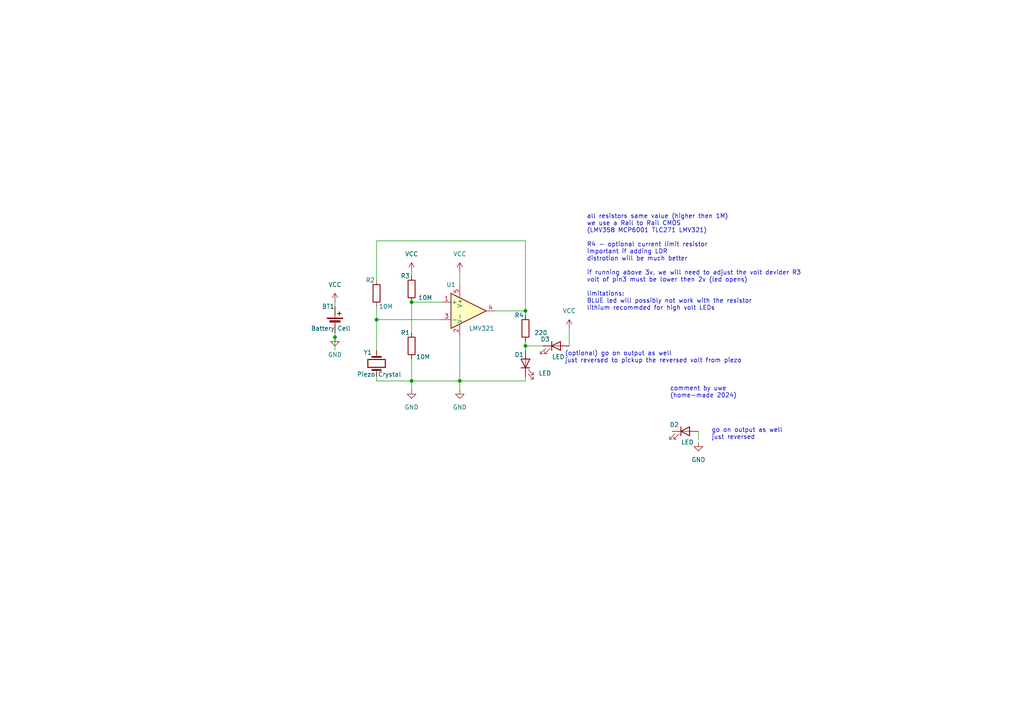
<source format=kicad_sch>
(kicad_sch (version 20230121) (generator eeschema)
  (paper "A4")
  (lib_symbols
    (symbol "1_my_custom_lib:Battery_Cell" (pin_numbers hide) (pin_names (offset 0) hide)
      (property "Reference" "BT" (at 2.54 2.54 0))
      (property "Value" "Battery_Cell" (at 2.54 0 0))
      (symbol "Battery_Cell_0_1"
        (rectangle (start -2.286 1.778) (end 2.286 1.524) (fill (type outline)))
        (rectangle (start -1.524 1.016) (end 1.524 0.508) (fill (type outline)))
        (polyline (pts (xy 0 0.762) (xy 0 0)))
        (polyline (pts (xy 0 1.778) (xy 0 2.54)))
        (polyline (pts (xy 0.762 3.048) (xy 1.778 3.048)) (stroke (width 0.254)))
        (polyline (pts (xy 1.27 3.556) (xy 1.27 2.54)) (stroke (width 0.254)))
      )
      (symbol "Battery_Cell_1_1"
        (pin passive line (at 0 5.08 270) (length 2.54) (name "+") (number "1"))
        (pin passive line (at 0 -2.54 90) (length 2.54) (name "-") (number "2"))
      )
    )
    (symbol "Amplifier_Operational:LMV321" (pin_names (offset 0.127))
      (property "Reference" "U" (at 0 5.08 0))
      (property "Value" "LMV321" (at 0 -5.08 0))
      (symbol "LMV321_0_1"
        (polyline (pts (xy -5.08 5.08) (xy 5.08 0) (xy -5.08 -5.08) (xy -5.08 5.08)) (stroke (width 0.254)) (fill (type background)))
        (pin power_in line (at -2.54 -7.62 90) (length 3.81) (name "V-") (number "2"))
        (pin power_in line (at -2.54 7.62 270) (length 3.81) (name "V+") (number "5"))
      )
      (symbol "LMV321_1_1"
        (pin input line (at -7.62 2.54 0) (length 2.54) (name "+") (number "1"))
        (pin input line (at -7.62 -2.54 0) (length 2.54) (name "-") (number "3"))
        (pin output line (at 7.62 0 180) (length 2.54) (name "~") (number "4"))
      )
    )
    (symbol "Device:Crystal" (pin_numbers hide) (pin_names (offset 1.016) hide)
      (property "Reference" "Y" (at 0 3.81 0))
      (property "Value" "Crystal" (at 0 -3.81 0))
      (symbol "Crystal_0_1"
        (rectangle (start -1.143 2.54) (end 1.143 -2.54) (stroke (width 0.3048)))
        (polyline (pts (xy -2.54 0) (xy -1.905 0)))
        (polyline (pts (xy -1.905 -1.27) (xy -1.905 1.27)) (stroke (width 0.508)))
        (polyline (pts (xy 1.905 -1.27) (xy 1.905 1.27)) (stroke (width 0.508)))
        (polyline (pts (xy 2.54 0) (xy 1.905 0)))
      )
      (symbol "Crystal_1_1"
        (pin passive line (at -3.81 0 0) (length 1.27) (name "1") (number "1"))
        (pin passive line (at 3.81 0 180) (length 1.27) (name "2") (number "2"))
      )
    )
    (symbol "Device:LED" (pin_numbers hide) (pin_names (offset 1.016) hide)
      (property "Reference" "D" (at 0 2.54 0))
      (property "Value" "LED" (at 0 -2.54 0))
      (symbol "LED_0_1"
        (polyline (pts (xy -1.27 -1.27) (xy -1.27 1.27)) (stroke (width 0.254)))
        (polyline (pts (xy -1.27 0) (xy 1.27 0)))
        (polyline (pts (xy 1.27 -1.27) (xy 1.27 1.27) (xy -1.27 0) (xy 1.27 -1.27)) (stroke (width 0.254)))
        (polyline (pts (xy -3.048 -0.762) (xy -4.572 -2.286) (xy -3.81 -2.286) (xy -4.572 -2.286) (xy -4.572 -1.524)))
        (polyline (pts (xy -1.778 -0.762) (xy -3.302 -2.286) (xy -2.54 -2.286) (xy -3.302 -2.286) (xy -3.302 -1.524)))
      )
      (symbol "LED_1_1"
        (pin passive line (at -3.81 0 0) (length 2.54) (name "K") (number "1"))
        (pin passive line (at 3.81 0 180) (length 2.54) (name "A") (number "2"))
      )
    )
    (symbol "Device:R" (pin_numbers hide) (pin_names (offset 0))
      (property "Reference" "R" (at 2.032 0 90))
      (property "Value" "R" (at 0 0 90))
      (symbol "R_0_1"
        (rectangle (start -1.016 -2.54) (end 1.016 2.54) (stroke (width 0.254)))
      )
      (symbol "R_1_1"
        (pin passive line (at 0 3.81 270) (length 1.27) (name "~") (number "1"))
        (pin passive line (at 0 -3.81 90) (length 1.27) (name "~") (number "2"))
      )
    )
    (symbol "power:GND" (power) (pin_names (offset 0))
      (property "Value" "GND" (at 0 -3.81 0))
      (symbol "GND_0_1"
        (polyline (pts (xy 0 0) (xy 0 -1.27) (xy 1.27 -1.27) (xy 0 -2.54) (xy -1.27 -1.27) (xy 0 -1.27)))
      )
      (symbol "GND_1_1"
        (pin power_in line (at 0 0 270) (length 0) hide (name "GND") (number "1"))
      )
    )
    (symbol "power:VCC" (power) (pin_names (offset 0))
      (property "Value" "VCC" (at 0 3.81 0))
      (symbol "VCC_0_1"
        (polyline (pts (xy -0.762 1.27) (xy 0 2.54)))
        (polyline (pts (xy 0 0) (xy 0 2.54)))
        (polyline (pts (xy 0 2.54) (xy 0.762 1.27)))
      )
      (symbol "VCC_1_1"
        (pin power_in line (at 0 0 90) (length 0) hide (name "VCC") (number "1"))
      )
    )
  )
  (junction (at 109.22 92.71))
  (junction (at 152.4 90.17))
  (junction (at 119.38 87.63))
  (junction (at 119.38 110.49))
  (junction (at 152.4 100.33))
  (junction (at 97.155 97.79))
  (junction (at 133.35 110.49))
  (wire (pts (xy 109.22 109.22) (xy 109.22 110.49)))
  (wire (pts (xy 119.38 87.63) (xy 128.27 87.63)))
  (wire (pts (xy 143.51 90.17) (xy 152.4 90.17)))
  (wire (pts (xy 97.155 101.6) (xy 97.155 97.79)))
  (wire (pts (xy 97.155 97.79) (xy 97.155 96.52)))
  (wire (pts (xy 152.4 90.17) (xy 152.4 91.44)))
  (wire (pts (xy 165.1 95.25) (xy 165.1 100.33)))
  (wire (pts (xy 119.38 110.49) (xy 119.38 113.03)))
  (wire (pts (xy 119.38 78.74) (xy 119.38 80.01)))
  (wire (pts (xy 109.22 101.6) (xy 109.22 92.71)))
  (wire (pts (xy 109.22 88.9) (xy 109.22 92.71)))
  (wire (pts (xy 109.22 92.71) (xy 128.27 92.71)))
  (wire (pts (xy 109.22 110.49) (xy 119.38 110.49)))
  (wire (pts (xy 119.38 104.14) (xy 119.38 110.49)))
  (wire (pts (xy 109.22 69.85) (xy 152.4 69.85)))
  (wire (pts (xy 152.4 109.22) (xy 152.4 110.49)))
  (wire (pts (xy 133.35 110.49) (xy 152.4 110.49)))
  (wire (pts (xy 109.22 69.85) (xy 109.22 81.28)))
  (wire (pts (xy 133.35 78.74) (xy 133.35 82.55)))
  (wire (pts (xy 152.4 100.33) (xy 157.48 100.33)))
  (wire (pts (xy 152.4 69.85) (xy 152.4 90.17)))
  (wire (pts (xy 133.35 110.49) (xy 133.35 113.03)))
  (wire (pts (xy 119.38 110.49) (xy 133.35 110.49)))
  (wire (pts (xy 97.155 87.63) (xy 97.155 88.9)))
  (wire (pts (xy 133.35 97.79) (xy 133.35 110.49)))
  (wire (pts (xy 119.38 87.63) (xy 119.38 96.52)))
  (wire (pts (xy 152.4 100.33) (xy 152.4 99.06)))
  (wire (pts (xy 202.565 125.095) (xy 202.565 127.635)))
  (wire (pts (xy 152.4 101.6) (xy 152.4 100.33)))
  (text "comment by uwe \n(home-made 2024)\n" (at 194.31 115.57 0) (effects (font (size 1.27 1.27)) (justify left bottom)))
  (text "go on output as well\njust reversed" (at 206.375 127.635 0) (effects (font (size 1.27 1.27)) (justify left bottom)))
  (text "(optional) go on output as well\njust reversed to pickup the reversed volt from piezo" (at 163.83 105.41 0) (effects (font (size 1.27 1.27)) (justify left bottom)))
  (text "all resistors same value (higher then 1M) \nwe use a Rail to Rail CMOS \n(LMV358 MCP6001 TLC271 LMV321) \n\nR4 - optional current limit resistor\nimportant if adding LDR\ndistrotion will be much better\n\nif running above 3v, we will need to adjust the volt devider R3\nvolt of pin3 must be lower then 2v (led opens)\n\nlimitations:\nBLUE led will possibly not work with the resistor\nlithium recommded for high volt LEDs" (at 170.18 90.17 0) (effects (font (size 1.27 1.27)) (justify left bottom)))
  (symbol (lib_id "Device:R") (at 119.38 100.33 0) (unit 1)
    (property "Reference" "R1" (at 116.205 96.52 0) (effects (justify left)))
    (property "Value" "10M" (at 120.65 103.505 0) (effects (justify left)))
    (property "Footprint" "Resistor_SMD:R_0805_2012Metric" (effects hide))
  )
  (symbol (lib_id "Device:R") (at 119.38 83.82 0) (unit 1)
    (property "Reference" "R3" (at 116.205 80.01 0) (effects (justify left)))
    (property "Value" "10M" (at 121.285 86.36 0) (effects (justify left)))
    (property "Footprint" "Resistor_SMD:R_0805_2012Metric" (effects hide))
  )
  (symbol (lib_id "Device:R") (at 152.4 95.25 0) (unit 1)
    (property "Reference" "R4" (at 149.225 91.44 0) (effects (justify left)))
    (property "Value" "220" (at 154.94 96.52 0) (effects (justify left)))
    (property "Footprint" "Resistor_SMD:R_0805_2012Metric" (effects hide))
  )
  (symbol (lib_id "power:VCC") (at 97.155 87.63 0) (unit 1)
    (property "Reference" "#PWR04" (effects hide))
    (property "Value" "VCC" (at 97.155 82.55 0))
  )
  (symbol (lib_id "power:GND") (at 202.565 128.27 0) (unit 1)
    (property "Reference" "#PWR01" (effects hide))
    (property "Value" "GND" (at 202.565 133.35 0))
  )
  (symbol (lib_id "Device:LED") (at 161.29 100.33 0) (unit 1)
    (property "Reference" "D3" (at 158.115 98.425 0))
    (property "Value" "LED" (at 161.925 103.505 0))
    (property "Footprint" "LED_THT:LED_D3.0mm" (effects hide))
  )
  (symbol (lib_id "Device:LED") (at 198.755 125.095 0) (unit 1)
    (property "Reference" "D2" (at 195.58 123.19 0))
    (property "Value" "LED" (at 199.39 128.27 0))
    (property "Footprint" "LED_THT:LED_D3.0mm" (effects hide))
  )
  (symbol (lib_id "Device:LED") (at 152.4 105.41 90) (unit 1)
    (property "Reference" "D1" (at 149.225 102.87 90) (effects (justify right)))
    (property "Value" "LED" (at 156.21 108.2675 90) (effects (justify right)))
    (property "Footprint" "LED_THT:LED_D3.0mm" (effects hide))
  )
  (symbol (lib_id "Device:Crystal") (at 109.22 105.41 90) (unit 1)
    (property "Reference" "Y1" (at 105.41 102.235 90) (effects (justify right)))
    (property "Value" "Piezo Crystal" (at 103.505 108.585 90) (effects (justify right)))
    (property "Footprint" "Connector_PinHeader_2.54mm:PinHeader_1x02_P2.54mm_Vertical" (effects hide))
  )
  (symbol (lib_id "power:GND") (at 119.38 113.03 0) (unit 1)
    (property "Reference" "#PWR08" (effects hide))
    (property "Value" "GND" (at 119.38 118.11 0))
  )
  (symbol (lib_id "power:VCC") (at 133.35 78.74 0) (unit 1)
    (property "Reference" "#PWR03" (effects hide))
    (property "Value" "VCC" (at 133.35 73.66 0))
  )
  (symbol (lib_id "power:GND") (at 97.155 97.79 0) (unit 1)
    (property "Reference" "#PWR05" (effects hide))
    (property "Value" "GND" (at 97.155 102.87 0))
  )
  (symbol (lib_id "power:VCC") (at 165.1 95.25 0) (unit 1)
    (property "Reference" "#PWR07" (effects hide))
    (property "Value" "VCC" (at 165.1 90.17 0))
  )
  (symbol (lib_id "power:GND") (at 133.35 113.03 0) (unit 1)
    (property "Reference" "#PWR02" (effects hide))
    (property "Value" "GND" (at 133.35 118.11 0))
  )
  (symbol (lib_id "1_my_custom_lib:Battery_Cell") (at 97.155 93.98 0) (unit 1)
    (property "Reference" "BT1" (at 93.345 88.9 0) (effects (justify left)))
    (property "Value" "Battery Cell" (at 90.17 95.25 0) (effects (justify left)))
    (property "Footprint" "Connector_Wire:SolderWire-2.5sqmm_1x02_P7.2mm_D2.4mm_OD3.6mm" (effects hide))
  )
  (symbol (lib_id "Device:R") (at 109.22 85.09 0) (unit 1)
    (property "Reference" "R2" (at 106.045 81.28 0) (effects (justify left)))
    (property "Value" "10M" (at 109.855 88.9 0) (effects (justify left)))
    (property "Footprint" "Resistor_SMD:R_0805_2012Metric" (effects hide))
  )
  (symbol (lib_id "power:VCC") (at 119.38 78.74 0) (unit 1)
    (property "Reference" "#PWR06" (effects hide))
    (property "Value" "VCC" (at 119.38 73.66 0))
  )
  (symbol (lib_id "Amplifier_Operational:LMV321") (at 135.89 90.17 0) (unit 1)
    (property "Reference" "U1" (at 130.81 82.55 0))
    (property "Value" "LMV321" (at 139.7 95.25 0))
    (property "Footprint" "Package_TO_SOT_SMD:SOT-23-5_HandSoldering" (effects hide))
    (property "Datasheet" "http://www.ti.com/lit/ds/symlink/lmv324.pdf" (effects hide))
  )
)
</source>
